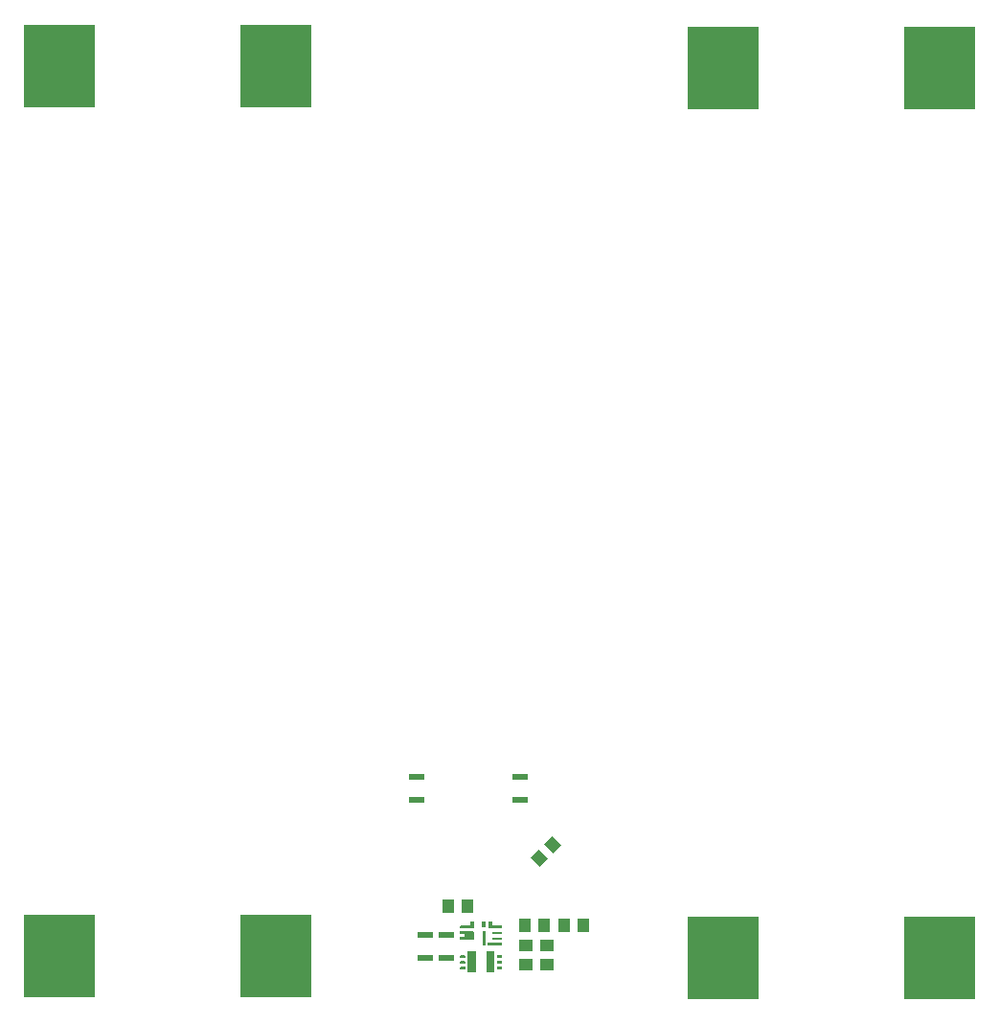
<source format=gbp>
G04*
G04 #@! TF.GenerationSoftware,Altium Limited,Altium Designer,25.8.1 (18)*
G04*
G04 Layer_Color=128*
%FSLAX25Y25*%
%MOIN*%
G70*
G04*
G04 #@! TF.SameCoordinates,E1838567-EF02-44A7-8A02-23B903FEE0B8*
G04*
G04*
G04 #@! TF.FilePolarity,Positive*
G04*
G01*
G75*
%ADD26R,0.04000X0.04700*%
%ADD28R,0.04700X0.04000*%
%ADD34R,0.05787X0.02441*%
%ADD76R,0.25000X0.28898*%
G04:AMPARAMS|DCode=78|XSize=31.5mil|YSize=9.84mil|CornerRadius=1.97mil|HoleSize=0mil|Usage=FLASHONLY|Rotation=180.000|XOffset=0mil|YOffset=0mil|HoleType=Round|Shape=RoundedRectangle|*
%AMROUNDEDRECTD78*
21,1,0.03150,0.00591,0,0,180.0*
21,1,0.02756,0.00984,0,0,180.0*
1,1,0.00394,-0.01378,0.00295*
1,1,0.00394,0.01378,0.00295*
1,1,0.00394,0.01378,-0.00295*
1,1,0.00394,-0.01378,-0.00295*
%
%ADD78ROUNDEDRECTD78*%
G04:AMPARAMS|DCode=79|XSize=11.81mil|YSize=21.65mil|CornerRadius=1.95mil|HoleSize=0mil|Usage=FLASHONLY|Rotation=180.000|XOffset=0mil|YOffset=0mil|HoleType=Round|Shape=RoundedRectangle|*
%AMROUNDEDRECTD79*
21,1,0.01181,0.01776,0,0,180.0*
21,1,0.00791,0.02165,0,0,180.0*
1,1,0.00390,-0.00396,0.00888*
1,1,0.00390,0.00396,0.00888*
1,1,0.00390,0.00396,-0.00888*
1,1,0.00390,-0.00396,-0.00888*
%
%ADD79ROUNDEDRECTD79*%
%ADD80R,0.03150X0.00984*%
G04:AMPARAMS|DCode=84|XSize=40mil|YSize=47mil|CornerRadius=0mil|HoleSize=0mil|Usage=FLASHONLY|Rotation=225.000|XOffset=0mil|YOffset=0mil|HoleType=Round|Shape=Rectangle|*
%AMROTATEDRECTD84*
4,1,4,-0.00248,0.03076,0.03076,-0.00248,0.00248,-0.03076,-0.03076,0.00248,-0.00248,0.03076,0.0*
%
%ADD84ROTATEDRECTD84*%

G36*
X433673Y87268D02*
X433681D01*
X433693Y87264D01*
X433701D01*
X433713Y87260D01*
X433720Y87256D01*
X433732Y87252D01*
X433740Y87244D01*
X433748Y87240D01*
X433756Y87232D01*
X433764Y87228D01*
X433772Y87221D01*
X433779Y87213D01*
X433787Y87205D01*
X433795Y87197D01*
X433799Y87189D01*
X433807Y87181D01*
X433811Y87173D01*
X433819Y87165D01*
X433823Y87154D01*
X433827Y87146D01*
X433831Y87134D01*
Y87126D01*
X433835Y87114D01*
Y87106D01*
X433839Y87094D01*
Y87087D01*
Y87075D01*
Y86287D01*
Y86268D01*
X433843Y86248D01*
Y86224D01*
X433847Y86205D01*
X433850Y86185D01*
X433858Y86165D01*
X433866Y86146D01*
X433874Y86126D01*
X433882Y86110D01*
X433890Y86090D01*
X433902Y86075D01*
X433913Y86055D01*
X433925Y86039D01*
X433941Y86024D01*
X433953Y86008D01*
X433968Y85996D01*
X433984Y85980D01*
X434000Y85969D01*
X434020Y85957D01*
X434035Y85945D01*
X434055Y85937D01*
X434071Y85929D01*
X434091Y85921D01*
X434110Y85913D01*
X434130Y85905D01*
X434150Y85902D01*
X434169Y85898D01*
X434193D01*
X434213Y85894D01*
X437106D01*
X437118Y85890D01*
X437126D01*
X437138Y85886D01*
X437146D01*
X437157Y85882D01*
X437165Y85878D01*
X437177Y85874D01*
X437185Y85866D01*
X437193Y85862D01*
X437201Y85854D01*
X437209Y85850D01*
X437217Y85843D01*
X437224Y85835D01*
X437232Y85827D01*
X437240Y85819D01*
X437244Y85811D01*
X437252Y85803D01*
X437256Y85795D01*
X437264Y85787D01*
X437268Y85776D01*
X437272Y85768D01*
X437276Y85756D01*
Y85748D01*
X437280Y85736D01*
Y85728D01*
X437284Y85716D01*
Y85709D01*
Y85697D01*
Y85106D01*
Y85094D01*
Y85087D01*
X437280Y85075D01*
Y85067D01*
X437276Y85055D01*
Y85047D01*
X437272Y85035D01*
X437268Y85027D01*
X437264Y85016D01*
X437256Y85008D01*
X437252Y85000D01*
X437244Y84992D01*
X437240Y84984D01*
X437232Y84976D01*
X437224Y84969D01*
X437217Y84961D01*
X437209Y84953D01*
X437201Y84949D01*
X437193Y84941D01*
X437185Y84937D01*
X437177Y84929D01*
X437165Y84925D01*
X437157Y84921D01*
X437146Y84917D01*
X437138D01*
X437126Y84913D01*
X437118D01*
X437106Y84909D01*
X432638D01*
X432626Y84913D01*
X432618D01*
X432606Y84917D01*
X432598D01*
X432587Y84921D01*
X432579Y84925D01*
X432567Y84929D01*
X432559Y84937D01*
X432551Y84941D01*
X432543Y84949D01*
X432535Y84953D01*
X432528Y84961D01*
X432520Y84969D01*
X432512Y84976D01*
X432504Y84984D01*
X432500Y84992D01*
X432492Y85000D01*
X432488Y85008D01*
X432480Y85016D01*
X432476Y85027D01*
X432472Y85035D01*
X432469Y85047D01*
Y85055D01*
X432465Y85067D01*
Y85075D01*
X432461Y85087D01*
Y85094D01*
Y85106D01*
Y87075D01*
Y87087D01*
Y87094D01*
X432465Y87106D01*
Y87114D01*
X432469Y87126D01*
Y87134D01*
X432472Y87146D01*
X432476Y87154D01*
X432480Y87165D01*
X432488Y87173D01*
X432492Y87181D01*
X432500Y87189D01*
X432504Y87197D01*
X432512Y87205D01*
X432520Y87213D01*
X432528Y87221D01*
X432535Y87228D01*
X432543Y87232D01*
X432551Y87240D01*
X432559Y87244D01*
X432567Y87252D01*
X432579Y87256D01*
X432587Y87260D01*
X432598Y87264D01*
X432606D01*
X432618Y87268D01*
X432626D01*
X432638Y87272D01*
X433661D01*
X433673Y87268D01*
D02*
G37*
G36*
X427374D02*
X427382D01*
X427394Y87264D01*
X427402D01*
X427413Y87260D01*
X427421Y87256D01*
X427433Y87252D01*
X427441Y87244D01*
X427449Y87240D01*
X427457Y87232D01*
X427465Y87228D01*
X427472Y87221D01*
X427480Y87213D01*
X427488Y87205D01*
X427496Y87197D01*
X427500Y87189D01*
X427508Y87181D01*
X427512Y87173D01*
X427520Y87165D01*
X427524Y87154D01*
X427528Y87146D01*
X427531Y87134D01*
Y87126D01*
X427535Y87114D01*
Y87106D01*
X427539Y87094D01*
Y87087D01*
Y87075D01*
Y85106D01*
Y85094D01*
Y85087D01*
X427535Y85075D01*
Y85067D01*
X427531Y85055D01*
Y85047D01*
X427528Y85035D01*
X427524Y85027D01*
X427520Y85016D01*
X427512Y85008D01*
X427508Y85000D01*
X427500Y84992D01*
X427496Y84984D01*
X427488Y84976D01*
X427480Y84969D01*
X427472Y84961D01*
X427465Y84953D01*
X427457Y84949D01*
X427449Y84941D01*
X427441Y84937D01*
X427433Y84929D01*
X427421Y84925D01*
X427413Y84921D01*
X427402Y84917D01*
X427394D01*
X427382Y84913D01*
X427374D01*
X427362Y84909D01*
X422894D01*
X422882Y84913D01*
X422874D01*
X422862Y84917D01*
X422854D01*
X422843Y84921D01*
X422835Y84925D01*
X422823Y84929D01*
X422815Y84937D01*
X422807Y84941D01*
X422799Y84949D01*
X422791Y84953D01*
X422784Y84961D01*
X422776Y84969D01*
X422768Y84976D01*
X422760Y84984D01*
X422756Y84992D01*
X422748Y85000D01*
X422744Y85008D01*
X422736Y85016D01*
X422732Y85027D01*
X422728Y85035D01*
X422724Y85047D01*
Y85055D01*
X422720Y85067D01*
Y85075D01*
X422717Y85087D01*
Y85094D01*
Y85106D01*
Y85697D01*
Y85709D01*
Y85716D01*
X422720Y85728D01*
Y85736D01*
X422724Y85748D01*
Y85756D01*
X422728Y85768D01*
X422732Y85776D01*
X422736Y85787D01*
X422744Y85795D01*
X422748Y85803D01*
X422756Y85811D01*
X422760Y85819D01*
X422768Y85827D01*
X422776Y85835D01*
X422784Y85843D01*
X422791Y85850D01*
X422799Y85854D01*
X422807Y85862D01*
X422815Y85866D01*
X422823Y85874D01*
X422835Y85878D01*
X422843Y85882D01*
X422854Y85886D01*
X422862D01*
X422874Y85890D01*
X422882D01*
X422894Y85894D01*
X425787D01*
X425807Y85898D01*
X425831D01*
X425850Y85902D01*
X425870Y85905D01*
X425890Y85913D01*
X425910Y85921D01*
X425929Y85929D01*
X425945Y85937D01*
X425965Y85945D01*
X425980Y85957D01*
X426000Y85969D01*
X426016Y85980D01*
X426031Y85996D01*
X426047Y86008D01*
X426059Y86024D01*
X426075Y86039D01*
X426087Y86055D01*
X426098Y86075D01*
X426110Y86090D01*
X426118Y86110D01*
X426126Y86126D01*
X426134Y86146D01*
X426142Y86165D01*
X426150Y86185D01*
X426154Y86205D01*
X426158Y86224D01*
Y86248D01*
X426161Y86268D01*
Y86287D01*
Y87075D01*
Y87087D01*
Y87094D01*
X426165Y87106D01*
Y87114D01*
X426169Y87126D01*
Y87134D01*
X426173Y87146D01*
X426177Y87154D01*
X426181Y87165D01*
X426189Y87173D01*
X426193Y87181D01*
X426201Y87189D01*
X426205Y87197D01*
X426213Y87205D01*
X426221Y87213D01*
X426228Y87221D01*
X426236Y87228D01*
X426244Y87232D01*
X426252Y87240D01*
X426260Y87244D01*
X426268Y87252D01*
X426279Y87256D01*
X426287Y87260D01*
X426299Y87264D01*
X426307D01*
X426319Y87268D01*
X426327D01*
X426339Y87272D01*
X427362D01*
X427374Y87268D01*
D02*
G37*
G36*
X427276Y83921D02*
X427283D01*
X427295Y83917D01*
X427303D01*
X427315Y83913D01*
X427323Y83909D01*
X427335Y83906D01*
X427343Y83898D01*
X427350Y83894D01*
X427358Y83886D01*
X427366Y83882D01*
X427374Y83874D01*
X427382Y83866D01*
X427390Y83858D01*
X427398Y83850D01*
X427402Y83842D01*
X427410Y83835D01*
X427413Y83827D01*
X427421Y83819D01*
X427425Y83807D01*
X427429Y83799D01*
X427433Y83787D01*
Y83780D01*
X427437Y83768D01*
Y83760D01*
X427441Y83748D01*
Y83740D01*
Y83728D01*
Y81169D01*
Y81157D01*
Y81150D01*
X427437Y81138D01*
Y81130D01*
X427433Y81118D01*
Y81110D01*
X427429Y81098D01*
X427425Y81090D01*
X427421Y81079D01*
X427413Y81071D01*
X427410Y81063D01*
X427402Y81055D01*
X427398Y81047D01*
X427390Y81039D01*
X427382Y81032D01*
X427374Y81024D01*
X427366Y81016D01*
X427358Y81012D01*
X427350Y81004D01*
X427343Y81000D01*
X427335Y80992D01*
X427323Y80988D01*
X427315Y80984D01*
X427303Y80980D01*
X427295D01*
X427283Y80976D01*
X427276D01*
X427264Y80972D01*
X422894D01*
X422882Y80976D01*
X422874D01*
X422862Y80980D01*
X422854D01*
X422843Y80984D01*
X422835Y80988D01*
X422823Y80992D01*
X422815Y81000D01*
X422807Y81004D01*
X422799Y81012D01*
X422791Y81016D01*
X422784Y81024D01*
X422776Y81032D01*
X422768Y81039D01*
X422760Y81047D01*
X422756Y81055D01*
X422748Y81063D01*
X422744Y81071D01*
X422736Y81079D01*
X422732Y81090D01*
X422728Y81098D01*
X422724Y81110D01*
Y81118D01*
X422720Y81130D01*
Y81138D01*
X422717Y81150D01*
Y81157D01*
Y81169D01*
Y81760D01*
Y81772D01*
Y81779D01*
X422720Y81791D01*
Y81799D01*
X422724Y81811D01*
Y81819D01*
X422728Y81831D01*
X422732Y81839D01*
X422736Y81850D01*
X422744Y81858D01*
X422748Y81866D01*
X422756Y81874D01*
X422760Y81882D01*
X422768Y81890D01*
X422776Y81898D01*
X422784Y81906D01*
X422791Y81913D01*
X422799Y81917D01*
X422807Y81925D01*
X422815Y81929D01*
X422823Y81937D01*
X422835Y81941D01*
X422843Y81945D01*
X422854Y81949D01*
X422862D01*
X422874Y81953D01*
X422882D01*
X422894Y81957D01*
X424114D01*
X424126Y81961D01*
X424134D01*
X424146Y81965D01*
X424154D01*
X424165Y81968D01*
X424173Y81972D01*
X424185Y81976D01*
X424193Y81984D01*
X424201Y81988D01*
X424209Y81996D01*
X424217Y82000D01*
X424224Y82008D01*
X424232Y82016D01*
X424240Y82024D01*
X424248Y82032D01*
X424252Y82039D01*
X424260Y82047D01*
X424264Y82055D01*
X424272Y82063D01*
X424276Y82075D01*
X424279Y82083D01*
X424284Y82095D01*
Y82102D01*
X424287Y82114D01*
Y82122D01*
X424291Y82134D01*
Y82142D01*
Y82153D01*
Y82744D01*
Y82756D01*
Y82764D01*
X424287Y82776D01*
Y82784D01*
X424284Y82795D01*
Y82803D01*
X424279Y82815D01*
X424276Y82823D01*
X424272Y82835D01*
X424264Y82842D01*
X424260Y82850D01*
X424252Y82858D01*
X424248Y82866D01*
X424240Y82874D01*
X424232Y82882D01*
X424224Y82890D01*
X424217Y82898D01*
X424209Y82902D01*
X424201Y82909D01*
X424193Y82913D01*
X424185Y82921D01*
X424173Y82925D01*
X424165Y82929D01*
X424154Y82933D01*
X424146D01*
X424134Y82937D01*
X424126D01*
X424114Y82941D01*
X422894D01*
X422882Y82945D01*
X422874D01*
X422862Y82949D01*
X422854D01*
X422843Y82953D01*
X422835Y82957D01*
X422823Y82961D01*
X422815Y82968D01*
X422807Y82972D01*
X422799Y82980D01*
X422791Y82984D01*
X422784Y82992D01*
X422776Y83000D01*
X422768Y83008D01*
X422760Y83016D01*
X422756Y83024D01*
X422748Y83031D01*
X422744Y83039D01*
X422736Y83047D01*
X422732Y83059D01*
X422728Y83067D01*
X422724Y83079D01*
Y83087D01*
X422720Y83098D01*
Y83106D01*
X422717Y83118D01*
Y83126D01*
Y83138D01*
Y83728D01*
Y83740D01*
Y83748D01*
X422720Y83760D01*
Y83768D01*
X422724Y83780D01*
Y83787D01*
X422728Y83799D01*
X422732Y83807D01*
X422736Y83819D01*
X422744Y83827D01*
X422748Y83835D01*
X422756Y83842D01*
X422760Y83850D01*
X422768Y83858D01*
X422776Y83866D01*
X422784Y83874D01*
X422791Y83882D01*
X422799Y83886D01*
X422807Y83894D01*
X422815Y83898D01*
X422823Y83906D01*
X422835Y83909D01*
X422843Y83913D01*
X422854Y83917D01*
X422862D01*
X422874Y83921D01*
X422882D01*
X422894Y83925D01*
X427264D01*
X427276Y83921D01*
D02*
G37*
G36*
X437098Y79988D02*
X437118D01*
X437126Y79984D01*
X437138D01*
X437146Y79980D01*
X437157Y79976D01*
X437165Y79972D01*
X437177Y79969D01*
X437185Y79965D01*
X437193Y79957D01*
X437201Y79953D01*
X437209Y79945D01*
X437217Y79941D01*
X437224Y79933D01*
X437232Y79925D01*
X437240Y79917D01*
X437244Y79909D01*
X437252Y79902D01*
X437256Y79894D01*
X437264Y79882D01*
X437268Y79874D01*
X437272Y79862D01*
X437276Y79854D01*
Y79843D01*
X437280Y79835D01*
Y79823D01*
X437284Y79815D01*
Y79803D01*
Y79791D01*
Y79106D01*
Y79094D01*
Y79083D01*
X437280Y79075D01*
Y79063D01*
X437276Y79055D01*
Y79043D01*
X437272Y79035D01*
X437268Y79024D01*
X437264Y79016D01*
X437256Y79008D01*
X437252Y78996D01*
X437244Y78988D01*
X437240Y78980D01*
X437232Y78972D01*
X437224Y78965D01*
X437217Y78957D01*
X437209Y78953D01*
X437201Y78945D01*
X437193Y78941D01*
X437185Y78933D01*
X437177Y78929D01*
X437165Y78925D01*
X437157Y78921D01*
X437146Y78917D01*
X437138Y78913D01*
X437126D01*
X437118Y78909D01*
X432429D01*
X432421Y78913D01*
X432409D01*
X432402Y78917D01*
X432390Y78921D01*
X432382Y78925D01*
X432370Y78929D01*
X432362Y78933D01*
X432354Y78941D01*
X432346Y78945D01*
X432339Y78953D01*
X432331Y78957D01*
X432323Y78965D01*
X432315Y78972D01*
X432307Y78980D01*
X432303Y78988D01*
X432295Y78996D01*
X432291Y79008D01*
X432283Y79016D01*
X432279Y79024D01*
X432276Y79035D01*
X432272Y79043D01*
Y79055D01*
X432268Y79063D01*
Y79075D01*
X432264Y79083D01*
Y79094D01*
Y79104D01*
Y79106D01*
Y79791D01*
Y79803D01*
Y79815D01*
X432268Y79823D01*
Y79835D01*
X432272Y79843D01*
Y79854D01*
X432276Y79862D01*
X432279Y79874D01*
X432283Y79882D01*
X432291Y79894D01*
X432295Y79902D01*
X432303Y79909D01*
X432307Y79917D01*
X432315Y79925D01*
X432323Y79933D01*
X432331Y79941D01*
X432339Y79945D01*
X432346Y79953D01*
X432354Y79957D01*
X432362Y79965D01*
X432370Y79969D01*
X432382Y79972D01*
X432390Y79976D01*
X432402Y79980D01*
X432409Y79984D01*
X432421D01*
X432429Y79988D01*
X432449D01*
X432461Y79992D01*
X437087D01*
X437098Y79988D01*
D02*
G37*
G36*
X431311Y84118D02*
X431319D01*
X431331Y84114D01*
X431339D01*
X431350Y84110D01*
X431358Y84106D01*
X431370Y84102D01*
X431378Y84095D01*
X431386Y84091D01*
X431394Y84083D01*
X431402Y84079D01*
X431410Y84071D01*
X431417Y84063D01*
X431425Y84055D01*
X431433Y84047D01*
X431437Y84039D01*
X431445Y84031D01*
X431449Y84024D01*
X431457Y84016D01*
X431461Y84004D01*
X431465Y83996D01*
X431468Y83984D01*
Y83976D01*
X431472Y83965D01*
Y83957D01*
X431476Y83945D01*
Y83937D01*
Y83925D01*
Y79102D01*
Y79090D01*
Y79083D01*
X431472Y79071D01*
Y79063D01*
X431468Y79051D01*
Y79043D01*
X431465Y79031D01*
X431461Y79024D01*
X431457Y79012D01*
X431449Y79004D01*
X431445Y78996D01*
X431437Y78988D01*
X431433Y78980D01*
X431425Y78972D01*
X431417Y78965D01*
X431410Y78957D01*
X431402Y78949D01*
X431394Y78945D01*
X431386Y78937D01*
X431378Y78933D01*
X431370Y78925D01*
X431358Y78921D01*
X431350Y78917D01*
X431339Y78913D01*
X431331D01*
X431319Y78909D01*
X431311D01*
X431299Y78905D01*
X430669D01*
X430657Y78909D01*
X430650D01*
X430638Y78913D01*
X430630D01*
X430618Y78917D01*
X430610Y78921D01*
X430598Y78925D01*
X430590Y78933D01*
X430583Y78937D01*
X430575Y78945D01*
X430567Y78949D01*
X430559Y78957D01*
X430551Y78965D01*
X430543Y78972D01*
X430535Y78980D01*
X430532Y78988D01*
X430524Y78996D01*
X430520Y79004D01*
X430512Y79012D01*
X430508Y79024D01*
X430504Y79031D01*
X430500Y79043D01*
Y79051D01*
X430496Y79063D01*
Y79071D01*
X430492Y79083D01*
Y79090D01*
Y79102D01*
Y83925D01*
Y83937D01*
Y83945D01*
X430496Y83957D01*
Y83965D01*
X430500Y83976D01*
Y83984D01*
X430504Y83996D01*
X430508Y84004D01*
X430512Y84016D01*
X430520Y84024D01*
X430524Y84031D01*
X430532Y84039D01*
X430535Y84047D01*
X430543Y84055D01*
X430551Y84063D01*
X430559Y84071D01*
X430567Y84079D01*
X430575Y84083D01*
X430583Y84091D01*
X430590Y84095D01*
X430598Y84102D01*
X430610Y84106D01*
X430618Y84110D01*
X430630Y84114D01*
X430638D01*
X430650Y84118D01*
X430657D01*
X430669Y84122D01*
X431299D01*
X431311Y84118D01*
D02*
G37*
G36*
X437118Y75496D02*
X437126D01*
X437138Y75492D01*
X437146D01*
X437157Y75488D01*
X437165Y75484D01*
X437177Y75480D01*
X437185Y75472D01*
X437193Y75468D01*
X437201Y75461D01*
X437209Y75457D01*
X437217Y75449D01*
X437224Y75441D01*
X437232Y75433D01*
X437240Y75425D01*
X437244Y75417D01*
X437252Y75409D01*
X437256Y75402D01*
X437264Y75394D01*
X437268Y75382D01*
X437272Y75374D01*
X437276Y75362D01*
Y75354D01*
X437280Y75343D01*
Y75335D01*
X437284Y75323D01*
Y75315D01*
Y75303D01*
Y74713D01*
Y74701D01*
Y74693D01*
X437280Y74681D01*
Y74673D01*
X437276Y74661D01*
Y74654D01*
X437272Y74642D01*
X437268Y74634D01*
X437264Y74622D01*
X437256Y74614D01*
X437252Y74606D01*
X437244Y74598D01*
X437240Y74590D01*
X437232Y74583D01*
X437224Y74575D01*
X437217Y74567D01*
X437209Y74559D01*
X437201Y74555D01*
X437193Y74547D01*
X437185Y74543D01*
X437177Y74535D01*
X437165Y74532D01*
X437157Y74528D01*
X437146Y74524D01*
X437138D01*
X437126Y74520D01*
X437118D01*
X437106Y74516D01*
X435689D01*
X435677Y74520D01*
X435669D01*
X435658Y74524D01*
X435650D01*
X435638Y74528D01*
X435630Y74532D01*
X435618Y74535D01*
X435610Y74543D01*
X435602Y74547D01*
X435595Y74555D01*
X435587Y74559D01*
X435579Y74567D01*
X435571Y74575D01*
X435563Y74583D01*
X435555Y74590D01*
X435551Y74598D01*
X435543Y74606D01*
X435539Y74614D01*
X435532Y74622D01*
X435528Y74634D01*
X435524Y74642D01*
X435520Y74654D01*
Y74661D01*
X435516Y74673D01*
Y74681D01*
X435512Y74693D01*
Y74701D01*
Y74713D01*
Y75303D01*
Y75315D01*
Y75323D01*
X435516Y75335D01*
Y75343D01*
X435520Y75354D01*
Y75362D01*
X435524Y75374D01*
X435528Y75382D01*
X435532Y75394D01*
X435539Y75402D01*
X435543Y75409D01*
X435551Y75417D01*
X435555Y75425D01*
X435563Y75433D01*
X435571Y75441D01*
X435579Y75449D01*
X435587Y75457D01*
X435595Y75461D01*
X435602Y75468D01*
X435610Y75472D01*
X435618Y75480D01*
X435630Y75484D01*
X435638Y75488D01*
X435650Y75492D01*
X435658D01*
X435669Y75496D01*
X435677D01*
X435689Y75500D01*
X437106D01*
X437118Y75496D01*
D02*
G37*
G36*
X424323D02*
X424331D01*
X424342Y75492D01*
X424350D01*
X424362Y75488D01*
X424370Y75484D01*
X424382Y75480D01*
X424390Y75472D01*
X424398Y75468D01*
X424405Y75461D01*
X424413Y75457D01*
X424421Y75449D01*
X424429Y75441D01*
X424437Y75433D01*
X424445Y75425D01*
X424449Y75417D01*
X424457Y75409D01*
X424461Y75402D01*
X424469Y75394D01*
X424472Y75382D01*
X424476Y75374D01*
X424480Y75362D01*
Y75354D01*
X424484Y75343D01*
Y75335D01*
X424488Y75323D01*
Y75315D01*
Y75303D01*
Y74713D01*
Y74701D01*
Y74693D01*
X424484Y74681D01*
Y74673D01*
X424480Y74661D01*
Y74654D01*
X424476Y74642D01*
X424472Y74634D01*
X424469Y74622D01*
X424461Y74614D01*
X424457Y74606D01*
X424449Y74598D01*
X424445Y74590D01*
X424437Y74583D01*
X424429Y74575D01*
X424421Y74567D01*
X424413Y74559D01*
X424405Y74555D01*
X424398Y74547D01*
X424390Y74543D01*
X424382Y74535D01*
X424370Y74532D01*
X424362Y74528D01*
X424350Y74524D01*
X424342D01*
X424331Y74520D01*
X424323D01*
X424311Y74516D01*
X422894D01*
X422882Y74520D01*
X422874D01*
X422862Y74524D01*
X422854D01*
X422843Y74528D01*
X422835Y74532D01*
X422823Y74535D01*
X422815Y74543D01*
X422807Y74547D01*
X422799Y74555D01*
X422791Y74559D01*
X422784Y74567D01*
X422776Y74575D01*
X422768Y74583D01*
X422760Y74590D01*
X422756Y74598D01*
X422748Y74606D01*
X422744Y74614D01*
X422736Y74622D01*
X422732Y74634D01*
X422728Y74642D01*
X422724Y74654D01*
Y74661D01*
X422720Y74673D01*
Y74681D01*
X422717Y74693D01*
Y74701D01*
Y74713D01*
Y75303D01*
Y75315D01*
Y75323D01*
X422720Y75335D01*
Y75343D01*
X422724Y75354D01*
Y75362D01*
X422728Y75374D01*
X422732Y75382D01*
X422736Y75394D01*
X422744Y75402D01*
X422748Y75409D01*
X422756Y75417D01*
X422760Y75425D01*
X422768Y75433D01*
X422776Y75441D01*
X422784Y75449D01*
X422791Y75457D01*
X422799Y75461D01*
X422807Y75468D01*
X422815Y75472D01*
X422823Y75480D01*
X422835Y75484D01*
X422843Y75488D01*
X422854Y75492D01*
X422862D01*
X422874Y75496D01*
X422882D01*
X422894Y75500D01*
X424311D01*
X424323Y75496D01*
D02*
G37*
G36*
X437118Y73527D02*
X437126D01*
X437138Y73524D01*
X437146D01*
X437157Y73520D01*
X437165Y73516D01*
X437177Y73512D01*
X437185Y73504D01*
X437193Y73500D01*
X437201Y73492D01*
X437209Y73488D01*
X437217Y73480D01*
X437224Y73472D01*
X437232Y73465D01*
X437240Y73457D01*
X437244Y73449D01*
X437252Y73441D01*
X437256Y73433D01*
X437264Y73425D01*
X437268Y73413D01*
X437272Y73405D01*
X437276Y73394D01*
Y73386D01*
X437280Y73374D01*
Y73366D01*
X437284Y73354D01*
Y73347D01*
Y73335D01*
Y72744D01*
Y72732D01*
Y72724D01*
X437280Y72713D01*
Y72705D01*
X437276Y72693D01*
Y72685D01*
X437272Y72673D01*
X437268Y72665D01*
X437264Y72654D01*
X437256Y72646D01*
X437252Y72638D01*
X437244Y72630D01*
X437240Y72622D01*
X437232Y72614D01*
X437224Y72606D01*
X437217Y72598D01*
X437209Y72591D01*
X437201Y72587D01*
X437193Y72579D01*
X437185Y72575D01*
X437177Y72567D01*
X437165Y72563D01*
X437157Y72559D01*
X437146Y72555D01*
X437138D01*
X437126Y72551D01*
X437118D01*
X437106Y72547D01*
X435689D01*
X435677Y72551D01*
X435669D01*
X435658Y72555D01*
X435650D01*
X435638Y72559D01*
X435630Y72563D01*
X435618Y72567D01*
X435610Y72575D01*
X435602Y72579D01*
X435595Y72587D01*
X435587Y72591D01*
X435579Y72598D01*
X435571Y72606D01*
X435563Y72614D01*
X435555Y72622D01*
X435551Y72630D01*
X435543Y72638D01*
X435539Y72646D01*
X435532Y72654D01*
X435528Y72665D01*
X435524Y72673D01*
X435520Y72685D01*
Y72693D01*
X435516Y72705D01*
Y72713D01*
X435512Y72724D01*
Y72732D01*
Y72744D01*
Y73335D01*
Y73347D01*
Y73354D01*
X435516Y73366D01*
Y73374D01*
X435520Y73386D01*
Y73394D01*
X435524Y73405D01*
X435528Y73413D01*
X435532Y73425D01*
X435539Y73433D01*
X435543Y73441D01*
X435551Y73449D01*
X435555Y73457D01*
X435563Y73465D01*
X435571Y73472D01*
X435579Y73480D01*
X435587Y73488D01*
X435595Y73492D01*
X435602Y73500D01*
X435610Y73504D01*
X435618Y73512D01*
X435630Y73516D01*
X435638Y73520D01*
X435650Y73524D01*
X435658D01*
X435669Y73527D01*
X435677D01*
X435689Y73532D01*
X437106D01*
X437118Y73527D01*
D02*
G37*
G36*
X424323D02*
X424331D01*
X424342Y73524D01*
X424350D01*
X424362Y73520D01*
X424370Y73516D01*
X424382Y73512D01*
X424390Y73504D01*
X424398Y73500D01*
X424405Y73492D01*
X424413Y73488D01*
X424421Y73480D01*
X424429Y73472D01*
X424437Y73465D01*
X424445Y73457D01*
X424449Y73449D01*
X424457Y73441D01*
X424461Y73433D01*
X424469Y73425D01*
X424472Y73413D01*
X424476Y73405D01*
X424480Y73394D01*
Y73386D01*
X424484Y73374D01*
Y73366D01*
X424488Y73354D01*
Y73347D01*
Y73335D01*
Y72744D01*
Y72732D01*
Y72724D01*
X424484Y72713D01*
Y72705D01*
X424480Y72693D01*
Y72685D01*
X424476Y72673D01*
X424472Y72665D01*
X424469Y72654D01*
X424461Y72646D01*
X424457Y72638D01*
X424449Y72630D01*
X424445Y72622D01*
X424437Y72614D01*
X424429Y72606D01*
X424421Y72598D01*
X424413Y72591D01*
X424405Y72587D01*
X424398Y72579D01*
X424390Y72575D01*
X424382Y72567D01*
X424370Y72563D01*
X424362Y72559D01*
X424350Y72555D01*
X424342D01*
X424331Y72551D01*
X424323D01*
X424311Y72547D01*
X422894D01*
X422882Y72551D01*
X422874D01*
X422862Y72555D01*
X422854D01*
X422843Y72559D01*
X422835Y72563D01*
X422823Y72567D01*
X422815Y72575D01*
X422807Y72579D01*
X422799Y72587D01*
X422791Y72591D01*
X422784Y72598D01*
X422776Y72606D01*
X422768Y72614D01*
X422760Y72622D01*
X422756Y72630D01*
X422748Y72638D01*
X422744Y72646D01*
X422736Y72654D01*
X422732Y72665D01*
X422728Y72673D01*
X422724Y72685D01*
Y72693D01*
X422720Y72705D01*
Y72713D01*
X422717Y72724D01*
Y72732D01*
Y72744D01*
Y73335D01*
Y73347D01*
Y73354D01*
X422720Y73366D01*
Y73374D01*
X422724Y73386D01*
Y73394D01*
X422728Y73405D01*
X422732Y73413D01*
X422736Y73425D01*
X422744Y73433D01*
X422748Y73441D01*
X422756Y73449D01*
X422760Y73457D01*
X422768Y73465D01*
X422776Y73472D01*
X422784Y73480D01*
X422791Y73488D01*
X422799Y73492D01*
X422807Y73500D01*
X422815Y73504D01*
X422823Y73512D01*
X422835Y73516D01*
X422843Y73520D01*
X422854Y73524D01*
X422862D01*
X422874Y73527D01*
X422882D01*
X422894Y73532D01*
X424311D01*
X424323Y73527D01*
D02*
G37*
G36*
X437118Y71559D02*
X437126D01*
X437138Y71555D01*
X437146D01*
X437157Y71551D01*
X437165Y71547D01*
X437177Y71543D01*
X437185Y71535D01*
X437193Y71531D01*
X437201Y71524D01*
X437209Y71520D01*
X437217Y71512D01*
X437224Y71504D01*
X437232Y71496D01*
X437240Y71488D01*
X437244Y71480D01*
X437252Y71472D01*
X437256Y71465D01*
X437264Y71457D01*
X437268Y71445D01*
X437272Y71437D01*
X437276Y71425D01*
Y71417D01*
X437280Y71406D01*
Y71398D01*
X437284Y71386D01*
Y71378D01*
Y71366D01*
Y70776D01*
Y70764D01*
Y70756D01*
X437280Y70744D01*
Y70736D01*
X437276Y70724D01*
Y70717D01*
X437272Y70705D01*
X437268Y70697D01*
X437264Y70685D01*
X437256Y70677D01*
X437252Y70669D01*
X437244Y70661D01*
X437240Y70653D01*
X437232Y70646D01*
X437224Y70638D01*
X437217Y70630D01*
X437209Y70622D01*
X437201Y70618D01*
X437193Y70610D01*
X437185Y70606D01*
X437177Y70598D01*
X437165Y70595D01*
X437157Y70591D01*
X437146Y70587D01*
X437138D01*
X437126Y70583D01*
X437118D01*
X437106Y70579D01*
X435689D01*
X435677Y70583D01*
X435669D01*
X435658Y70587D01*
X435650D01*
X435638Y70591D01*
X435630Y70595D01*
X435618Y70598D01*
X435610Y70606D01*
X435602Y70610D01*
X435595Y70618D01*
X435587Y70622D01*
X435579Y70630D01*
X435571Y70638D01*
X435563Y70646D01*
X435555Y70653D01*
X435551Y70661D01*
X435543Y70669D01*
X435539Y70677D01*
X435532Y70685D01*
X435528Y70697D01*
X435524Y70705D01*
X435520Y70717D01*
Y70724D01*
X435516Y70736D01*
Y70744D01*
X435512Y70756D01*
Y70764D01*
Y70776D01*
Y71366D01*
Y71378D01*
Y71386D01*
X435516Y71398D01*
Y71406D01*
X435520Y71417D01*
Y71425D01*
X435524Y71437D01*
X435528Y71445D01*
X435532Y71457D01*
X435539Y71465D01*
X435543Y71472D01*
X435551Y71480D01*
X435555Y71488D01*
X435563Y71496D01*
X435571Y71504D01*
X435579Y71512D01*
X435587Y71520D01*
X435595Y71524D01*
X435602Y71531D01*
X435610Y71535D01*
X435618Y71543D01*
X435630Y71547D01*
X435638Y71551D01*
X435650Y71555D01*
X435658D01*
X435669Y71559D01*
X435677D01*
X435689Y71563D01*
X437106D01*
X437118Y71559D01*
D02*
G37*
G36*
X424323D02*
X424331D01*
X424342Y71555D01*
X424350D01*
X424362Y71551D01*
X424370Y71547D01*
X424382Y71543D01*
X424390Y71535D01*
X424398Y71531D01*
X424405Y71524D01*
X424413Y71520D01*
X424421Y71512D01*
X424429Y71504D01*
X424437Y71496D01*
X424445Y71488D01*
X424449Y71480D01*
X424457Y71472D01*
X424461Y71465D01*
X424469Y71457D01*
X424472Y71445D01*
X424476Y71437D01*
X424480Y71425D01*
Y71417D01*
X424484Y71406D01*
Y71398D01*
X424488Y71386D01*
Y71378D01*
Y71366D01*
Y70776D01*
Y70764D01*
Y70756D01*
X424484Y70744D01*
Y70736D01*
X424480Y70724D01*
Y70717D01*
X424476Y70705D01*
X424472Y70697D01*
X424469Y70685D01*
X424461Y70677D01*
X424457Y70669D01*
X424449Y70661D01*
X424445Y70653D01*
X424437Y70646D01*
X424429Y70638D01*
X424421Y70630D01*
X424413Y70622D01*
X424405Y70618D01*
X424398Y70610D01*
X424390Y70606D01*
X424382Y70598D01*
X424370Y70595D01*
X424362Y70591D01*
X424350Y70587D01*
X424342D01*
X424331Y70583D01*
X424323D01*
X424311Y70579D01*
X422894D01*
X422882Y70583D01*
X422874D01*
X422862Y70587D01*
X422854D01*
X422843Y70591D01*
X422835Y70595D01*
X422823Y70598D01*
X422815Y70606D01*
X422807Y70610D01*
X422799Y70618D01*
X422791Y70622D01*
X422784Y70630D01*
X422776Y70638D01*
X422768Y70646D01*
X422760Y70653D01*
X422756Y70661D01*
X422748Y70669D01*
X422744Y70677D01*
X422736Y70685D01*
X422732Y70697D01*
X422728Y70705D01*
X422724Y70717D01*
Y70724D01*
X422720Y70736D01*
Y70744D01*
X422717Y70756D01*
Y70764D01*
Y70776D01*
Y71366D01*
Y71378D01*
Y71386D01*
X422720Y71398D01*
Y71406D01*
X422724Y71417D01*
Y71425D01*
X422728Y71437D01*
X422732Y71445D01*
X422736Y71457D01*
X422744Y71465D01*
X422748Y71472D01*
X422756Y71480D01*
X422760Y71488D01*
X422768Y71496D01*
X422776Y71504D01*
X422784Y71512D01*
X422791Y71520D01*
X422799Y71524D01*
X422807Y71531D01*
X422815Y71535D01*
X422823Y71543D01*
X422835Y71547D01*
X422843Y71551D01*
X422854Y71555D01*
X422862D01*
X422874Y71559D01*
X422882D01*
X422894Y71563D01*
X424311D01*
X424323Y71559D01*
D02*
G37*
G36*
X434559Y77020D02*
X434571D01*
X434579Y77016D01*
X434590D01*
X434598Y77012D01*
X434610Y77008D01*
X434618Y77004D01*
X434626Y76996D01*
X434638Y76992D01*
X434646Y76984D01*
X434654Y76980D01*
X434661Y76972D01*
X434669Y76965D01*
X434677Y76957D01*
X434681Y76949D01*
X434689Y76941D01*
X434693Y76933D01*
X434701Y76925D01*
X434705Y76917D01*
X434709Y76906D01*
X434713Y76898D01*
X434717Y76886D01*
X434721Y76878D01*
Y76866D01*
X434724Y76858D01*
Y76846D01*
Y76839D01*
Y76827D01*
Y69858D01*
Y69846D01*
Y69839D01*
Y69827D01*
X434721Y69819D01*
Y69807D01*
X434717Y69799D01*
X434713Y69787D01*
X434709Y69779D01*
X434705Y69768D01*
X434701Y69760D01*
X434693Y69752D01*
X434689Y69744D01*
X434681Y69736D01*
X434677Y69728D01*
X434669Y69721D01*
X434661Y69713D01*
X434654Y69705D01*
X434646Y69701D01*
X434638Y69693D01*
X434626Y69689D01*
X434618Y69681D01*
X434610Y69677D01*
X434598Y69673D01*
X434590Y69669D01*
X434579D01*
X434571Y69665D01*
X434559D01*
X434551Y69661D01*
X432047D01*
X432039Y69665D01*
X432028D01*
X432020Y69669D01*
X432008D01*
X432000Y69673D01*
X431988Y69677D01*
X431980Y69681D01*
X431968Y69689D01*
X431961Y69693D01*
X431953Y69701D01*
X431945Y69705D01*
X431937Y69713D01*
X431929Y69721D01*
X431921Y69728D01*
X431917Y69736D01*
X431910Y69744D01*
X431906Y69752D01*
X431898Y69760D01*
X431894Y69768D01*
X431890Y69779D01*
X431886Y69787D01*
X431882Y69799D01*
X431878Y69807D01*
Y69819D01*
X431874Y69827D01*
Y69839D01*
Y69846D01*
X431870Y69858D01*
X431872D01*
X431870Y76827D01*
X431874Y76839D01*
Y76846D01*
Y76858D01*
X431878Y76866D01*
Y76878D01*
X431882Y76886D01*
X431886Y76898D01*
X431890Y76906D01*
X431894Y76917D01*
X431898Y76925D01*
X431906Y76933D01*
X431910Y76941D01*
X431917Y76949D01*
X431921Y76957D01*
X431929Y76965D01*
X431937Y76972D01*
X431945Y76980D01*
X431953Y76984D01*
X431961Y76992D01*
X431968Y76996D01*
X431980Y77004D01*
X431988Y77008D01*
X432000Y77012D01*
X432008Y77016D01*
X432020D01*
X432028Y77020D01*
X432039D01*
X432047Y77024D01*
X434551D01*
X434559Y77020D01*
D02*
G37*
G36*
X427961D02*
X427972D01*
X427980Y77016D01*
X427992D01*
X428000Y77012D01*
X428012Y77008D01*
X428020Y77004D01*
X428031Y76996D01*
X428039Y76992D01*
X428047Y76984D01*
X428055Y76980D01*
X428063Y76972D01*
X428071Y76965D01*
X428079Y76957D01*
X428083Y76949D01*
X428090Y76941D01*
X428094Y76933D01*
X428102Y76925D01*
X428106Y76917D01*
X428110Y76906D01*
X428114Y76898D01*
X428118Y76886D01*
X428122Y76878D01*
Y76866D01*
X428126Y76858D01*
Y76846D01*
Y76839D01*
X428130Y76827D01*
X428128Y69858D01*
X428130D01*
X428126Y69846D01*
Y69839D01*
Y69827D01*
X428122Y69819D01*
Y69807D01*
X428118Y69799D01*
X428114Y69787D01*
X428110Y69779D01*
X428106Y69768D01*
X428102Y69760D01*
X428094Y69752D01*
X428090Y69744D01*
X428083Y69736D01*
X428079Y69728D01*
X428071Y69721D01*
X428063Y69713D01*
X428055Y69705D01*
X428047Y69701D01*
X428039Y69693D01*
X428031Y69689D01*
X428020Y69681D01*
X428012Y69677D01*
X428000Y69673D01*
X427992Y69669D01*
X427980D01*
X427972Y69665D01*
X427961D01*
X427953Y69661D01*
X425449D01*
X425441Y69665D01*
X425429D01*
X425421Y69669D01*
X425410D01*
X425402Y69673D01*
X425390Y69677D01*
X425382Y69681D01*
X425374Y69689D01*
X425362Y69693D01*
X425354Y69701D01*
X425347Y69705D01*
X425339Y69713D01*
X425331Y69721D01*
X425323Y69728D01*
X425319Y69736D01*
X425311Y69744D01*
X425307Y69752D01*
X425299Y69760D01*
X425295Y69768D01*
X425291Y69779D01*
X425287Y69787D01*
X425283Y69799D01*
X425280Y69807D01*
Y69819D01*
X425276Y69827D01*
Y69839D01*
Y69846D01*
Y69858D01*
Y76827D01*
Y76839D01*
Y76846D01*
Y76858D01*
X425280Y76866D01*
Y76878D01*
X425283Y76886D01*
X425287Y76898D01*
X425291Y76906D01*
X425295Y76917D01*
X425299Y76925D01*
X425307Y76933D01*
X425311Y76941D01*
X425319Y76949D01*
X425323Y76957D01*
X425331Y76965D01*
X425339Y76972D01*
X425347Y76980D01*
X425354Y76984D01*
X425362Y76992D01*
X425374Y76996D01*
X425382Y77004D01*
X425390Y77008D01*
X425402Y77012D01*
X425410Y77016D01*
X425421D01*
X425429Y77020D01*
X425441D01*
X425449Y77024D01*
X427953D01*
X427961Y77020D01*
D02*
G37*
D26*
X418650Y92626D02*
D03*
X425350D02*
D03*
X451850Y86126D02*
D03*
X445150D02*
D03*
X465700D02*
D03*
X459000D02*
D03*
D28*
X453000Y78976D02*
D03*
Y72276D02*
D03*
X445500Y78976D02*
D03*
Y72276D02*
D03*
D34*
X407469Y137531D02*
D03*
X418000Y82563D02*
D03*
Y74689D02*
D03*
X410500Y82563D02*
D03*
Y74689D02*
D03*
X407469Y129657D02*
D03*
X443469Y137531D02*
D03*
Y129657D02*
D03*
D76*
X514382Y74590D02*
D03*
X589618D02*
D03*
X514382Y384276D02*
D03*
X589618D02*
D03*
X358618Y384968D02*
D03*
X283382D02*
D03*
X358618Y75283D02*
D03*
X283382D02*
D03*
D78*
X435709Y81465D02*
D03*
Y83433D02*
D03*
D79*
X430886Y86189D02*
D03*
D80*
X435315Y79449D02*
D03*
D84*
X450131Y109226D02*
D03*
X454869Y113963D02*
D03*
M02*

</source>
